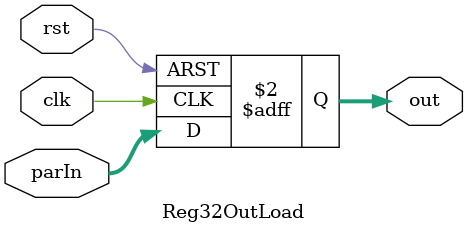
<source format=v>
module Reg32OutLoad(input[31:0] parIn , input rst,clk, output reg[31:0] out);
	always@(posedge clk , posedge rst)begin
		if(rst) out <= 32'b0;
		else out <= parIn;
	end
endmodule

</source>
